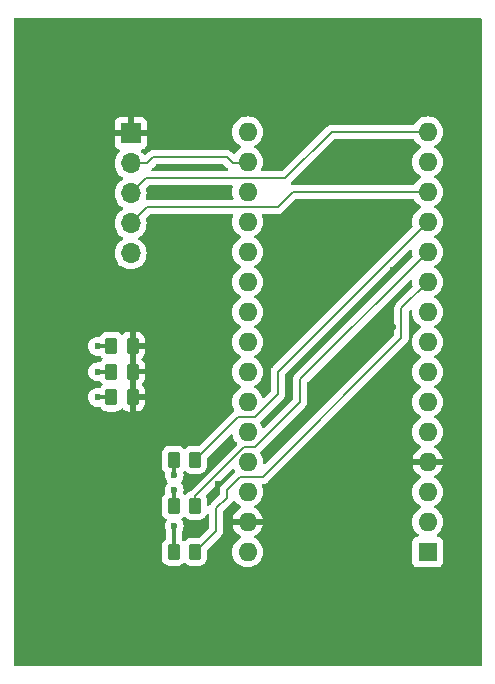
<source format=gbr>
%TF.GenerationSoftware,KiCad,Pcbnew,7.0.11+dfsg-1build4*%
%TF.CreationDate,2024-05-09T18:47:21+10:00*%
%TF.ProjectId,NoBootLoadFlasher,4e6f426f-6f74-44c6-9f61-64466c617368,rev?*%
%TF.SameCoordinates,Original*%
%TF.FileFunction,Copper,L1,Top*%
%TF.FilePolarity,Positive*%
%FSLAX46Y46*%
G04 Gerber Fmt 4.6, Leading zero omitted, Abs format (unit mm)*
G04 Created by KiCad (PCBNEW 7.0.11+dfsg-1build4) date 2024-05-09 18:47:21*
%MOMM*%
%LPD*%
G01*
G04 APERTURE LIST*
G04 Aperture macros list*
%AMRoundRect*
0 Rectangle with rounded corners*
0 $1 Rounding radius*
0 $2 $3 $4 $5 $6 $7 $8 $9 X,Y pos of 4 corners*
0 Add a 4 corners polygon primitive as box body*
4,1,4,$2,$3,$4,$5,$6,$7,$8,$9,$2,$3,0*
0 Add four circle primitives for the rounded corners*
1,1,$1+$1,$2,$3*
1,1,$1+$1,$4,$5*
1,1,$1+$1,$6,$7*
1,1,$1+$1,$8,$9*
0 Add four rect primitives between the rounded corners*
20,1,$1+$1,$2,$3,$4,$5,0*
20,1,$1+$1,$4,$5,$6,$7,0*
20,1,$1+$1,$6,$7,$8,$9,0*
20,1,$1+$1,$8,$9,$2,$3,0*%
G04 Aperture macros list end*
%TA.AperFunction,ComponentPad*%
%ADD10R,1.700000X1.700000*%
%TD*%
%TA.AperFunction,ComponentPad*%
%ADD11O,1.700000X1.700000*%
%TD*%
%TA.AperFunction,SMDPad,CuDef*%
%ADD12RoundRect,0.250000X0.262500X0.450000X-0.262500X0.450000X-0.262500X-0.450000X0.262500X-0.450000X0*%
%TD*%
%TA.AperFunction,ComponentPad*%
%ADD13O,1.600000X1.600000*%
%TD*%
%TA.AperFunction,ComponentPad*%
%ADD14R,1.600000X1.600000*%
%TD*%
%TA.AperFunction,ViaPad*%
%ADD15C,0.600000*%
%TD*%
%TA.AperFunction,Conductor*%
%ADD16C,0.200000*%
%TD*%
%TA.AperFunction,Conductor*%
%ADD17C,0.300000*%
%TD*%
G04 APERTURE END LIST*
D10*
%TO.P,REF\u002A\u002A,1*%
%TO.N,GND*%
X81534000Y-81407000D03*
D11*
%TO.P,REF\u002A\u002A,2*%
%TO.N,3.3v*%
X81534000Y-83947000D03*
%TO.P,REF\u002A\u002A,3*%
%TO.N,D12*%
X81534000Y-86487000D03*
%TO.P,REF\u002A\u002A,4*%
%TO.N,D10*%
X81534000Y-89027000D03*
%TO.P,REF\u002A\u002A,5*%
%TO.N,D13*%
X81534000Y-91567000D03*
%TD*%
D12*
%TO.P,REF\u002A\u002A,1*%
%TO.N,LED2*%
X86995000Y-112940000D03*
%TO.P,REF\u002A\u002A,2*%
%TO.N,LED2_R*%
X85170000Y-112940000D03*
%TD*%
%TO.P,REF\u002A\u002A,1*%
%TO.N,GND*%
X81712000Y-99390200D03*
%TO.P,REF\u002A\u002A,2*%
%TO.N,LED1_R*%
X79887000Y-99390200D03*
%TD*%
%TO.P,REF\u002A\u002A,1*%
%TO.N,GND*%
X81712000Y-103759000D03*
%TO.P,REF\u002A\u002A,2*%
%TO.N,LED3_R*%
X79887000Y-103759000D03*
%TD*%
D13*
%TO.P,LGT8F328P LQFP32 MiniEVB,30*%
%TO.N,N/C*%
X91440000Y-116840000D03*
%TO.P,LGT8F328P LQFP32 MiniEVB,29*%
%TO.N,GND*%
X91440000Y-114300000D03*
%TO.P,LGT8F328P LQFP32 MiniEVB,28*%
%TO.N,N/C*%
X91440000Y-111760000D03*
%TO.P,LGT8F328P LQFP32 MiniEVB,27*%
X91440000Y-109220000D03*
%TO.P,LGT8F328P LQFP32 MiniEVB,26*%
X91440000Y-106680000D03*
%TO.P,LGT8F328P LQFP32 MiniEVB,25*%
X91440000Y-104140000D03*
%TO.P,LGT8F328P LQFP32 MiniEVB,24*%
X91440000Y-101600000D03*
%TO.P,LGT8F328P LQFP32 MiniEVB,23*%
X91440000Y-99060000D03*
%TO.P,LGT8F328P LQFP32 MiniEVB,22*%
X91440000Y-96520000D03*
%TO.P,LGT8F328P LQFP32 MiniEVB,21*%
X91440000Y-93980000D03*
%TO.P,LGT8F328P LQFP32 MiniEVB,20*%
X91440000Y-91440000D03*
%TO.P,LGT8F328P LQFP32 MiniEVB,19*%
X91440000Y-88900000D03*
%TO.P,LGT8F328P LQFP32 MiniEVB,18*%
X91440000Y-86360000D03*
%TO.P,LGT8F328P LQFP32 MiniEVB,17*%
%TO.N,3.3v*%
X91440000Y-83820000D03*
%TO.P,LGT8F328P LQFP32 MiniEVB,16*%
%TO.N,D13*%
X91440000Y-81280000D03*
%TO.P,LGT8F328P LQFP32 MiniEVB,15*%
%TO.N,D12*%
X106680000Y-81280000D03*
%TO.P,LGT8F328P LQFP32 MiniEVB,14*%
%TO.N,N/C*%
X106680000Y-83820000D03*
%TO.P,LGT8F328P LQFP32 MiniEVB,13*%
%TO.N,D10*%
X106680000Y-86360000D03*
%TO.P,LGT8F328P LQFP32 MiniEVB,12*%
%TO.N,LED1*%
X106680000Y-88900000D03*
%TO.P,LGT8F328P LQFP32 MiniEVB,11*%
%TO.N,LED2*%
X106680000Y-91440000D03*
%TO.P,LGT8F328P LQFP32 MiniEVB,10*%
%TO.N,LED3*%
X106680000Y-93980000D03*
%TO.P,LGT8F328P LQFP32 MiniEVB,9*%
%TO.N,N/C*%
X106680000Y-96520000D03*
%TO.P,LGT8F328P LQFP32 MiniEVB,8*%
X106680000Y-99060000D03*
%TO.P,LGT8F328P LQFP32 MiniEVB,7*%
X106680000Y-101600000D03*
%TO.P,LGT8F328P LQFP32 MiniEVB,6*%
X106680000Y-104140000D03*
%TO.P,LGT8F328P LQFP32 MiniEVB,5*%
X106680000Y-106680000D03*
%TO.P,LGT8F328P LQFP32 MiniEVB,4*%
%TO.N,GND*%
X106680000Y-109220000D03*
%TO.P,LGT8F328P LQFP32 MiniEVB,3*%
%TO.N,N/C*%
X106680000Y-111760000D03*
%TO.P,LGT8F328P LQFP32 MiniEVB,2*%
X106680000Y-114300000D03*
D14*
%TO.P,LGT8F328P LQFP32 MiniEVB,1*%
X106680000Y-116840000D03*
%TD*%
D12*
%TO.P,REF\u002A\u002A,1*%
%TO.N,LED3*%
X86995000Y-116840000D03*
%TO.P,REF\u002A\u002A,2*%
%TO.N,LED3_R*%
X85170000Y-116840000D03*
%TD*%
%TO.P,REF\u002A\u002A,1*%
%TO.N,GND*%
X81712000Y-101574600D03*
%TO.P,REF\u002A\u002A,2*%
%TO.N,LED2_R*%
X79887000Y-101574600D03*
%TD*%
%TO.P,REF\u002A\u002A,1*%
%TO.N,LED1*%
X86995000Y-109040000D03*
%TO.P,REF\u002A\u002A,2*%
%TO.N,LED1_R*%
X85170000Y-109040000D03*
%TD*%
D15*
%TO.N,GND*%
X95250000Y-93853000D03*
X95250000Y-95758000D03*
X95250000Y-91821000D03*
X95250000Y-89916000D03*
X88900000Y-111125000D03*
X99060000Y-88011000D03*
X87122000Y-114681000D03*
X103759000Y-88011000D03*
X99060000Y-84582000D03*
X84709000Y-86487000D03*
X84709000Y-84328000D03*
X99070000Y-97790000D03*
X99060000Y-93853000D03*
X103759000Y-97790000D03*
X99060000Y-89916000D03*
X89027000Y-86487000D03*
X103759000Y-84582000D03*
X103759000Y-89916000D03*
X99060000Y-91948000D03*
X99060000Y-82677000D03*
X88900000Y-108712000D03*
X89027000Y-84328000D03*
X103759000Y-82677000D03*
X103759000Y-92964000D03*
X99060000Y-101346000D03*
%TO.N,LED1_R*%
X85217000Y-110363000D03*
X78740000Y-99441000D03*
%TO.N,LED2_R*%
X78740000Y-101600000D03*
X85217000Y-111633000D03*
%TO.N,LED3_R*%
X85217000Y-114681000D03*
X78740000Y-103759000D03*
%TD*%
D16*
%TO.N,LED3*%
X104457500Y-97282000D02*
X104457500Y-98742500D01*
X104457500Y-98742500D02*
X92710000Y-110490000D01*
X92710000Y-110490000D02*
X90805000Y-110490000D01*
X89662000Y-112268000D02*
X88773000Y-113157000D01*
X90805000Y-110490000D02*
X89662000Y-111633000D01*
X89662000Y-111633000D02*
X89662000Y-112268000D01*
X88773000Y-113157000D02*
X88773000Y-115062000D01*
X88773000Y-115062000D02*
X86995000Y-116840000D01*
X104457500Y-97282000D02*
X104457500Y-98107500D01*
X104457500Y-96202500D02*
X104457500Y-97282000D01*
X106680000Y-93980000D02*
X104457500Y-96202500D01*
%TO.N,3.3v*%
X83439000Y-83439000D02*
X89662000Y-83439000D01*
X82931000Y-83947000D02*
X83439000Y-83439000D01*
X81534000Y-83947000D02*
X82931000Y-83947000D01*
X91313000Y-83947000D02*
X91440000Y-83820000D01*
X89662000Y-83439000D02*
X90170000Y-83947000D01*
X90170000Y-83947000D02*
X91313000Y-83947000D01*
%TO.N,D12*%
X94615000Y-85217000D02*
X98552000Y-81280000D01*
X81534000Y-86487000D02*
X82804000Y-85217000D01*
X82804000Y-85217000D02*
X94615000Y-85217000D01*
X98552000Y-81280000D02*
X106680000Y-81280000D01*
%TO.N,D10*%
X95250000Y-86360000D02*
X106680000Y-86360000D01*
X81534000Y-89027000D02*
X82931000Y-87630000D01*
X82931000Y-87630000D02*
X93980000Y-87630000D01*
X93980000Y-87630000D02*
X95250000Y-86360000D01*
%TO.N,LED1*%
X92075000Y-105410000D02*
X93980000Y-103505000D01*
X86995000Y-109040000D02*
X90625000Y-105410000D01*
X90625000Y-105410000D02*
X92075000Y-105410000D01*
X93980000Y-103505000D02*
X93980000Y-101600000D01*
X93980000Y-101600000D02*
X106680000Y-88900000D01*
%TO.N,LED2*%
X91154365Y-107950000D02*
X92065635Y-107950000D01*
X92065635Y-107950000D02*
X95880317Y-104135317D01*
X86995000Y-112109365D02*
X91154365Y-107950000D01*
X106680000Y-91440000D02*
X95880317Y-102239683D01*
X86995000Y-112940000D02*
X86995000Y-112109365D01*
X95880317Y-102239683D02*
X95880317Y-104135317D01*
%TO.N,LED1_R*%
X79836200Y-99441000D02*
X79887000Y-99390200D01*
X85170000Y-110316000D02*
X85217000Y-110363000D01*
D17*
X78740000Y-99441000D02*
X79836200Y-99441000D01*
X85170000Y-109040000D02*
X85170000Y-110316000D01*
%TO.N,LED2_R*%
X78740000Y-101600000D02*
X79861600Y-101600000D01*
X85170000Y-112940000D02*
X85170000Y-111680000D01*
D16*
X79861600Y-101600000D02*
X79887000Y-101574600D01*
D17*
X85170000Y-111680000D02*
X85217000Y-111633000D01*
%TO.N,LED3_R*%
X85217000Y-116793000D02*
X85170000Y-116840000D01*
X78740000Y-103759000D02*
X79887000Y-103759000D01*
X85217000Y-114681000D02*
X85217000Y-116793000D01*
%TD*%
%TA.AperFunction,Conductor*%
%TO.N,GND*%
G36*
X88127954Y-113678181D02*
G01*
X88166810Y-113736249D01*
X88172500Y-113773381D01*
X88172500Y-114761902D01*
X88152815Y-114828941D01*
X88136181Y-114849583D01*
X87382583Y-115603181D01*
X87321260Y-115636666D01*
X87294902Y-115639500D01*
X86682498Y-115639500D01*
X86682480Y-115639501D01*
X86579703Y-115650000D01*
X86579700Y-115650001D01*
X86413168Y-115705185D01*
X86413163Y-115705187D01*
X86263845Y-115797287D01*
X86170181Y-115890951D01*
X86108857Y-115924435D01*
X86039166Y-115919451D01*
X85994819Y-115890950D01*
X85903819Y-115799950D01*
X85870334Y-115738627D01*
X85867500Y-115712269D01*
X85867500Y-115186067D01*
X85886507Y-115120094D01*
X85942788Y-115030524D01*
X85942789Y-115030522D01*
X86002368Y-114860255D01*
X86002369Y-114860249D01*
X86022565Y-114681003D01*
X86022565Y-114680996D01*
X86002369Y-114501750D01*
X86002368Y-114501745D01*
X85942788Y-114331476D01*
X85843111Y-114172842D01*
X85844289Y-114172101D01*
X85820780Y-114114521D01*
X85833534Y-114045825D01*
X85879039Y-113996353D01*
X85901156Y-113982712D01*
X85994819Y-113889049D01*
X86056142Y-113855564D01*
X86125834Y-113860548D01*
X86170181Y-113889049D01*
X86263844Y-113982712D01*
X86413166Y-114074814D01*
X86579703Y-114129999D01*
X86682491Y-114140500D01*
X87307508Y-114140499D01*
X87307516Y-114140498D01*
X87307519Y-114140498D01*
X87363802Y-114134748D01*
X87410297Y-114129999D01*
X87576834Y-114074814D01*
X87726156Y-113982712D01*
X87850212Y-113858656D01*
X87942314Y-113709334D01*
X87942314Y-113709333D01*
X87942961Y-113708285D01*
X87994909Y-113661560D01*
X88063871Y-113650337D01*
X88127954Y-113678181D01*
G37*
%TD.AperFunction*%
%TA.AperFunction,Conductor*%
G36*
X90242537Y-109813575D02*
G01*
X90298470Y-109855447D01*
X90306212Y-109868349D01*
X90306729Y-109868052D01*
X90309432Y-109872734D01*
X90358312Y-109942544D01*
X90380639Y-110008750D01*
X90363627Y-110076517D01*
X90344417Y-110101347D01*
X89270965Y-111174798D01*
X89258775Y-111185489D01*
X89233716Y-111204718D01*
X89164744Y-111294607D01*
X89137464Y-111330158D01*
X89137461Y-111330163D01*
X89076957Y-111476234D01*
X89076955Y-111476239D01*
X89056318Y-111632998D01*
X89056318Y-111633000D01*
X89058709Y-111651163D01*
X89060439Y-111664301D01*
X89061500Y-111680487D01*
X89061500Y-111967902D01*
X89041815Y-112034941D01*
X89025181Y-112055583D01*
X88381965Y-112698798D01*
X88369774Y-112709490D01*
X88344718Y-112728717D01*
X88320549Y-112760213D01*
X88320550Y-112760214D01*
X88248464Y-112854158D01*
X88248462Y-112854161D01*
X88246559Y-112858757D01*
X88202716Y-112913159D01*
X88136422Y-112935222D01*
X88068723Y-112917941D01*
X88021114Y-112866803D01*
X88007999Y-112811301D01*
X88007999Y-112439998D01*
X88007998Y-112439980D01*
X87997499Y-112337203D01*
X87997498Y-112337200D01*
X87954187Y-112206497D01*
X87942314Y-112170666D01*
X87932981Y-112155536D01*
X87914541Y-112088148D01*
X87935462Y-112021484D01*
X87950834Y-112002764D01*
X90111524Y-109842074D01*
X90172845Y-109808591D01*
X90242537Y-109813575D01*
G37*
%TD.AperFunction*%
%TA.AperFunction,Conductor*%
G36*
X90096144Y-106890603D02*
G01*
X90152077Y-106932475D01*
X90172585Y-106974692D01*
X90213258Y-107126488D01*
X90213261Y-107126497D01*
X90309431Y-107332732D01*
X90309432Y-107332734D01*
X90439954Y-107519141D01*
X90500290Y-107579477D01*
X90533775Y-107640800D01*
X90528791Y-107710492D01*
X90500290Y-107754839D01*
X86603965Y-111651163D01*
X86591775Y-111661854D01*
X86566716Y-111681083D01*
X86518853Y-111743462D01*
X86518838Y-111743481D01*
X86514560Y-111749054D01*
X86458125Y-111790246D01*
X86455206Y-111791254D01*
X86413167Y-111805185D01*
X86263845Y-111897287D01*
X86200011Y-111961121D01*
X86138687Y-111994605D01*
X86068996Y-111989620D01*
X86013062Y-111947749D01*
X85988646Y-111882284D01*
X85995288Y-111832486D01*
X86002368Y-111812255D01*
X86002369Y-111812248D01*
X86022565Y-111633003D01*
X86022565Y-111632996D01*
X86002369Y-111453750D01*
X86002368Y-111453745D01*
X85953298Y-111313511D01*
X85942789Y-111283478D01*
X85846816Y-111130738D01*
X85801758Y-111085680D01*
X85768274Y-111024358D01*
X85773258Y-110954666D01*
X85801759Y-110910319D01*
X85818844Y-110893234D01*
X85846816Y-110865262D01*
X85942789Y-110712522D01*
X86002368Y-110542255D01*
X86002369Y-110542249D01*
X86022565Y-110363003D01*
X86022565Y-110362996D01*
X86002369Y-110183753D01*
X86002368Y-110183746D01*
X86000041Y-110177095D01*
X85986675Y-110138899D01*
X85983113Y-110069124D01*
X86017841Y-110008497D01*
X86079834Y-109976269D01*
X86149410Y-109982673D01*
X86191398Y-110010266D01*
X86263844Y-110082712D01*
X86413166Y-110174814D01*
X86579703Y-110229999D01*
X86682491Y-110240500D01*
X87307508Y-110240499D01*
X87307516Y-110240498D01*
X87307519Y-110240498D01*
X87363802Y-110234748D01*
X87410297Y-110229999D01*
X87576834Y-110174814D01*
X87726156Y-110082712D01*
X87850212Y-109958656D01*
X87942314Y-109809334D01*
X87997499Y-109642797D01*
X88008000Y-109540009D01*
X88007999Y-108927595D01*
X88027683Y-108860557D01*
X88044313Y-108839920D01*
X89965131Y-106919102D01*
X90026452Y-106885619D01*
X90096144Y-106890603D01*
G37*
%TD.AperFunction*%
%TA.AperFunction,Conductor*%
G36*
X105301586Y-93770161D02*
G01*
X105357519Y-93812033D01*
X105381936Y-93877497D01*
X105381780Y-93897150D01*
X105374532Y-93979997D01*
X105374532Y-93980001D01*
X105394364Y-94206686D01*
X105394366Y-94206697D01*
X105420152Y-94302931D01*
X105418489Y-94372781D01*
X105388058Y-94422705D01*
X104066465Y-95744298D01*
X104054275Y-95754989D01*
X104029216Y-95774218D01*
X103957820Y-95867266D01*
X103932964Y-95899658D01*
X103932961Y-95899663D01*
X103872457Y-96045734D01*
X103872455Y-96045739D01*
X103851818Y-96202498D01*
X103851818Y-96202500D01*
X103855939Y-96233801D01*
X103857000Y-96249987D01*
X103857000Y-98442402D01*
X103837315Y-98509441D01*
X103820681Y-98530083D01*
X92949428Y-109401335D01*
X92888105Y-109434820D01*
X92818413Y-109429836D01*
X92762480Y-109387964D01*
X92738063Y-109322500D01*
X92738218Y-109302857D01*
X92745468Y-109220000D01*
X92725635Y-108993308D01*
X92666739Y-108773504D01*
X92570568Y-108567266D01*
X92517829Y-108491947D01*
X92495503Y-108425742D01*
X92512513Y-108357975D01*
X92531720Y-108333148D01*
X96271361Y-104593506D01*
X96283539Y-104582827D01*
X96308599Y-104563599D01*
X96404853Y-104438158D01*
X96465361Y-104292079D01*
X96480817Y-104174678D01*
X96485999Y-104135317D01*
X96482471Y-104108522D01*
X96481878Y-104104014D01*
X96480817Y-104087829D01*
X96480817Y-102539779D01*
X96500502Y-102472740D01*
X96517131Y-102452103D01*
X105170573Y-93798660D01*
X105231894Y-93765177D01*
X105301586Y-93770161D01*
G37*
%TD.AperFunction*%
%TA.AperFunction,Conductor*%
G36*
X105301586Y-91230161D02*
G01*
X105357519Y-91272033D01*
X105381936Y-91337497D01*
X105381780Y-91357150D01*
X105374532Y-91439997D01*
X105374532Y-91440001D01*
X105394364Y-91666686D01*
X105394366Y-91666697D01*
X105420152Y-91762931D01*
X105418489Y-91832781D01*
X105388058Y-91882705D01*
X95489282Y-101781481D01*
X95477092Y-101792172D01*
X95452033Y-101811401D01*
X95381871Y-101902838D01*
X95381872Y-101902839D01*
X95355780Y-101936842D01*
X95355778Y-101936846D01*
X95295274Y-102082917D01*
X95295272Y-102082922D01*
X95274635Y-102239681D01*
X95274635Y-102239683D01*
X95278756Y-102270984D01*
X95279817Y-102287170D01*
X95279817Y-103835220D01*
X95260132Y-103902259D01*
X95243498Y-103922901D01*
X92874852Y-106291546D01*
X92813529Y-106325031D01*
X92743837Y-106320047D01*
X92687904Y-106278175D01*
X92668668Y-106238570D01*
X92668593Y-106238598D01*
X92668328Y-106237870D01*
X92667393Y-106235945D01*
X92666739Y-106233504D01*
X92570568Y-106027266D01*
X92521686Y-105957455D01*
X92499359Y-105891249D01*
X92516371Y-105823482D01*
X92535577Y-105798656D01*
X94371043Y-103963190D01*
X94383223Y-103952509D01*
X94408282Y-103933282D01*
X94504536Y-103807841D01*
X94565044Y-103661762D01*
X94580500Y-103544361D01*
X94585682Y-103505000D01*
X94583347Y-103487267D01*
X94581561Y-103473697D01*
X94580500Y-103457512D01*
X94580500Y-101900096D01*
X94600185Y-101833057D01*
X94616814Y-101812420D01*
X105170573Y-91258660D01*
X105231894Y-91225177D01*
X105301586Y-91230161D01*
G37*
%TD.AperFunction*%
%TA.AperFunction,Conductor*%
G36*
X105515347Y-86980185D02*
G01*
X105549880Y-87013374D01*
X105560429Y-87028439D01*
X105679954Y-87199141D01*
X105840858Y-87360045D01*
X105840861Y-87360047D01*
X106027266Y-87490568D01*
X106085275Y-87517618D01*
X106137714Y-87563791D01*
X106156866Y-87630984D01*
X106136650Y-87697865D01*
X106085275Y-87742382D01*
X106027267Y-87769431D01*
X106027265Y-87769432D01*
X105840858Y-87899954D01*
X105679954Y-88060858D01*
X105549432Y-88247265D01*
X105549431Y-88247267D01*
X105453261Y-88453502D01*
X105453258Y-88453511D01*
X105394366Y-88673302D01*
X105394364Y-88673313D01*
X105374532Y-88899998D01*
X105374532Y-88900001D01*
X105394364Y-89126686D01*
X105394366Y-89126697D01*
X105420152Y-89222931D01*
X105418489Y-89292781D01*
X105388058Y-89342705D01*
X93588965Y-101141798D01*
X93576775Y-101152489D01*
X93551716Y-101171718D01*
X93491091Y-101250729D01*
X93455464Y-101297158D01*
X93455461Y-101297163D01*
X93394957Y-101443234D01*
X93394955Y-101443239D01*
X93374318Y-101599998D01*
X93374318Y-101600000D01*
X93378439Y-101631301D01*
X93379500Y-101647487D01*
X93379500Y-103204902D01*
X93359815Y-103271941D01*
X93343181Y-103292583D01*
X92876831Y-103758932D01*
X92815508Y-103792417D01*
X92745816Y-103787433D01*
X92689883Y-103745561D01*
X92669374Y-103703340D01*
X92666739Y-103693504D01*
X92570568Y-103487266D01*
X92440047Y-103300861D01*
X92440045Y-103300858D01*
X92279141Y-103139954D01*
X92092734Y-103009432D01*
X92092728Y-103009429D01*
X92034725Y-102982382D01*
X91982285Y-102936210D01*
X91963133Y-102869017D01*
X91983348Y-102802135D01*
X92034725Y-102757618D01*
X92092734Y-102730568D01*
X92279139Y-102600047D01*
X92440047Y-102439139D01*
X92570568Y-102252734D01*
X92666739Y-102046496D01*
X92725635Y-101826692D01*
X92745468Y-101600000D01*
X92725635Y-101373308D01*
X92666739Y-101153504D01*
X92570568Y-100947266D01*
X92440047Y-100760861D01*
X92440045Y-100760858D01*
X92279141Y-100599954D01*
X92092734Y-100469432D01*
X92092728Y-100469429D01*
X92034725Y-100442382D01*
X91982285Y-100396210D01*
X91963133Y-100329017D01*
X91983348Y-100262135D01*
X92034725Y-100217618D01*
X92092734Y-100190568D01*
X92279139Y-100060047D01*
X92440047Y-99899139D01*
X92570568Y-99712734D01*
X92666739Y-99506496D01*
X92725635Y-99286692D01*
X92745468Y-99060000D01*
X92725635Y-98833308D01*
X92666739Y-98613504D01*
X92570568Y-98407266D01*
X92440047Y-98220861D01*
X92440045Y-98220858D01*
X92279141Y-98059954D01*
X92092734Y-97929432D01*
X92092728Y-97929429D01*
X92034725Y-97902382D01*
X91982285Y-97856210D01*
X91963133Y-97789017D01*
X91983348Y-97722135D01*
X92034725Y-97677618D01*
X92092734Y-97650568D01*
X92279139Y-97520047D01*
X92440047Y-97359139D01*
X92570568Y-97172734D01*
X92666739Y-96966496D01*
X92725635Y-96746692D01*
X92745468Y-96520000D01*
X92725635Y-96293308D01*
X92666739Y-96073504D01*
X92570568Y-95867266D01*
X92440047Y-95680861D01*
X92440045Y-95680858D01*
X92279141Y-95519954D01*
X92092734Y-95389432D01*
X92092728Y-95389429D01*
X92034725Y-95362382D01*
X91982285Y-95316210D01*
X91963133Y-95249017D01*
X91983348Y-95182135D01*
X92034725Y-95137618D01*
X92092734Y-95110568D01*
X92279139Y-94980047D01*
X92440047Y-94819139D01*
X92570568Y-94632734D01*
X92666739Y-94426496D01*
X92725635Y-94206692D01*
X92745468Y-93980000D01*
X92725635Y-93753308D01*
X92666739Y-93533504D01*
X92570568Y-93327266D01*
X92440047Y-93140861D01*
X92440045Y-93140858D01*
X92279141Y-92979954D01*
X92092734Y-92849432D01*
X92092728Y-92849429D01*
X92034725Y-92822382D01*
X91982285Y-92776210D01*
X91963133Y-92709017D01*
X91983348Y-92642135D01*
X92034725Y-92597618D01*
X92092734Y-92570568D01*
X92279139Y-92440047D01*
X92440047Y-92279139D01*
X92570568Y-92092734D01*
X92666739Y-91886496D01*
X92725635Y-91666692D01*
X92745468Y-91440000D01*
X92725635Y-91213308D01*
X92666739Y-90993504D01*
X92570568Y-90787266D01*
X92440047Y-90600861D01*
X92440045Y-90600858D01*
X92279141Y-90439954D01*
X92092734Y-90309432D01*
X92092728Y-90309429D01*
X92034725Y-90282382D01*
X91982285Y-90236210D01*
X91963133Y-90169017D01*
X91983348Y-90102135D01*
X92034725Y-90057618D01*
X92092734Y-90030568D01*
X92279139Y-89900047D01*
X92440047Y-89739139D01*
X92570568Y-89552734D01*
X92666739Y-89346496D01*
X92725635Y-89126692D01*
X92745468Y-88900000D01*
X92725635Y-88673308D01*
X92666739Y-88453504D01*
X92645008Y-88406903D01*
X92634517Y-88337828D01*
X92663036Y-88274044D01*
X92721513Y-88235804D01*
X92757391Y-88230500D01*
X93932513Y-88230500D01*
X93948697Y-88231560D01*
X93980000Y-88235682D01*
X93980001Y-88235682D01*
X94032254Y-88228802D01*
X94136762Y-88215044D01*
X94282841Y-88154536D01*
X94350211Y-88102841D01*
X94408282Y-88058282D01*
X94427510Y-88033222D01*
X94438189Y-88021044D01*
X95462416Y-86996819D01*
X95523739Y-86963334D01*
X95550097Y-86960500D01*
X105448308Y-86960500D01*
X105515347Y-86980185D01*
G37*
%TD.AperFunction*%
%TA.AperFunction,Conductor*%
G36*
X90144424Y-85837185D02*
G01*
X90190179Y-85889989D01*
X90200123Y-85959147D01*
X90197160Y-85973593D01*
X90154366Y-86133302D01*
X90154364Y-86133313D01*
X90134532Y-86359998D01*
X90134532Y-86360001D01*
X90154364Y-86586686D01*
X90154366Y-86586697D01*
X90213258Y-86806488D01*
X90213261Y-86806497D01*
X90234991Y-86853095D01*
X90245483Y-86922172D01*
X90216964Y-86985956D01*
X90158487Y-87024196D01*
X90122609Y-87029500D01*
X82978487Y-87029500D01*
X82962302Y-87028439D01*
X82933218Y-87024610D01*
X82869322Y-86996343D01*
X82830851Y-86938019D01*
X82829629Y-86869578D01*
X82834046Y-86853095D01*
X82869063Y-86722408D01*
X82889659Y-86487000D01*
X82869063Y-86251592D01*
X82834671Y-86123239D01*
X82836334Y-86053393D01*
X82866761Y-86003472D01*
X83016417Y-85853816D01*
X83077740Y-85820334D01*
X83104097Y-85817500D01*
X90077385Y-85817500D01*
X90144424Y-85837185D01*
G37*
%TD.AperFunction*%
%TA.AperFunction,Conductor*%
G36*
X105515347Y-81900185D02*
G01*
X105549880Y-81933374D01*
X105635480Y-82055624D01*
X105679954Y-82119141D01*
X105840858Y-82280045D01*
X105840861Y-82280047D01*
X106027266Y-82410568D01*
X106085275Y-82437618D01*
X106137714Y-82483791D01*
X106156866Y-82550984D01*
X106136650Y-82617865D01*
X106085275Y-82662382D01*
X106027267Y-82689431D01*
X106027265Y-82689432D01*
X105840858Y-82819954D01*
X105679954Y-82980858D01*
X105549432Y-83167265D01*
X105549431Y-83167267D01*
X105453261Y-83373502D01*
X105453258Y-83373511D01*
X105394366Y-83593302D01*
X105394364Y-83593313D01*
X105374532Y-83819998D01*
X105374532Y-83820001D01*
X105394364Y-84046686D01*
X105394366Y-84046697D01*
X105453258Y-84266488D01*
X105453261Y-84266497D01*
X105549431Y-84472732D01*
X105549432Y-84472734D01*
X105679954Y-84659141D01*
X105840858Y-84820045D01*
X105840861Y-84820047D01*
X106027266Y-84950568D01*
X106085275Y-84977618D01*
X106137714Y-85023791D01*
X106156866Y-85090984D01*
X106136650Y-85157865D01*
X106085275Y-85202382D01*
X106027267Y-85229431D01*
X106027265Y-85229432D01*
X105840858Y-85359954D01*
X105679954Y-85520858D01*
X105614889Y-85613783D01*
X105549881Y-85706624D01*
X105495307Y-85750248D01*
X105448308Y-85759500D01*
X95297487Y-85759500D01*
X95281302Y-85758439D01*
X95250000Y-85754318D01*
X95240095Y-85755622D01*
X95171060Y-85744854D01*
X95118805Y-85698473D01*
X95099922Y-85631203D01*
X95120404Y-85564403D01*
X95136227Y-85545006D01*
X98764416Y-81916819D01*
X98825739Y-81883334D01*
X98852097Y-81880500D01*
X105448308Y-81880500D01*
X105515347Y-81900185D01*
G37*
%TD.AperFunction*%
%TA.AperFunction,Conductor*%
G36*
X89428942Y-84059185D02*
G01*
X89449584Y-84075819D01*
X89711802Y-84338038D01*
X89722496Y-84350232D01*
X89741717Y-84375281D01*
X89741718Y-84375282D01*
X89741719Y-84375283D01*
X89766274Y-84394124D01*
X89807477Y-84450552D01*
X89811632Y-84520298D01*
X89777420Y-84581218D01*
X89715703Y-84613971D01*
X89690788Y-84616500D01*
X83410213Y-84616500D01*
X83343174Y-84596815D01*
X83297419Y-84544011D01*
X83287475Y-84474853D01*
X83316500Y-84411297D01*
X83334727Y-84394124D01*
X83344230Y-84386831D01*
X83359282Y-84375282D01*
X83378506Y-84350226D01*
X83389186Y-84338047D01*
X83651418Y-84075818D01*
X83712742Y-84042334D01*
X83739099Y-84039500D01*
X89361903Y-84039500D01*
X89428942Y-84059185D01*
G37*
%TD.AperFunction*%
%TA.AperFunction,Conductor*%
G36*
X111202539Y-71640185D02*
G01*
X111248294Y-71692989D01*
X111259500Y-71744500D01*
X111259500Y-126375500D01*
X111239815Y-126442539D01*
X111187011Y-126488294D01*
X111135500Y-126499500D01*
X71744500Y-126499500D01*
X71677461Y-126479815D01*
X71631706Y-126427011D01*
X71620500Y-126375500D01*
X71620500Y-103759003D01*
X77934435Y-103759003D01*
X77954630Y-103938249D01*
X77954631Y-103938254D01*
X78014211Y-104108523D01*
X78108746Y-104258973D01*
X78110184Y-104261262D01*
X78237738Y-104388816D01*
X78390478Y-104484789D01*
X78535805Y-104535641D01*
X78560745Y-104544368D01*
X78560750Y-104544369D01*
X78739996Y-104564565D01*
X78740000Y-104564565D01*
X78740003Y-104564565D01*
X78869464Y-104549978D01*
X78938286Y-104562032D01*
X78988887Y-104608102D01*
X79029662Y-104674210D01*
X79031788Y-104677656D01*
X79155844Y-104801712D01*
X79305166Y-104893814D01*
X79471703Y-104948999D01*
X79574491Y-104959500D01*
X80199508Y-104959499D01*
X80199516Y-104959498D01*
X80199519Y-104959498D01*
X80255802Y-104953748D01*
X80302297Y-104948999D01*
X80468834Y-104893814D01*
X80618156Y-104801712D01*
X80712175Y-104707692D01*
X80773494Y-104674210D01*
X80843186Y-104679194D01*
X80887534Y-104707695D01*
X80981154Y-104801315D01*
X81130375Y-104893356D01*
X81130380Y-104893358D01*
X81296802Y-104948505D01*
X81296809Y-104948506D01*
X81399519Y-104958999D01*
X81461999Y-104958998D01*
X81462000Y-104958998D01*
X81462000Y-104009000D01*
X81962000Y-104009000D01*
X81962000Y-104958999D01*
X82024472Y-104958999D01*
X82024486Y-104958998D01*
X82127197Y-104948505D01*
X82293619Y-104893358D01*
X82293624Y-104893356D01*
X82442845Y-104801315D01*
X82566815Y-104677345D01*
X82658856Y-104528124D01*
X82658858Y-104528119D01*
X82714005Y-104361697D01*
X82714006Y-104361690D01*
X82724499Y-104258986D01*
X82724500Y-104258973D01*
X82724500Y-104009000D01*
X81962000Y-104009000D01*
X81462000Y-104009000D01*
X81462000Y-101824600D01*
X81962000Y-101824600D01*
X81962000Y-103509000D01*
X82724499Y-103509000D01*
X82724499Y-103259028D01*
X82724498Y-103259013D01*
X82714005Y-103156302D01*
X82658858Y-102989880D01*
X82658856Y-102989875D01*
X82566815Y-102840654D01*
X82480642Y-102754481D01*
X82447157Y-102693158D01*
X82452141Y-102623466D01*
X82480642Y-102579119D01*
X82566815Y-102492945D01*
X82658856Y-102343724D01*
X82658858Y-102343719D01*
X82714005Y-102177297D01*
X82714006Y-102177290D01*
X82724499Y-102074586D01*
X82724500Y-102074573D01*
X82724500Y-101824600D01*
X81962000Y-101824600D01*
X81462000Y-101824600D01*
X81462000Y-99640200D01*
X81962000Y-99640200D01*
X81962000Y-101324600D01*
X82724499Y-101324600D01*
X82724499Y-101074628D01*
X82724498Y-101074613D01*
X82714005Y-100971902D01*
X82658858Y-100805480D01*
X82658856Y-100805475D01*
X82566815Y-100656254D01*
X82480642Y-100570081D01*
X82447157Y-100508758D01*
X82452141Y-100439066D01*
X82480642Y-100394719D01*
X82566815Y-100308545D01*
X82658856Y-100159324D01*
X82658858Y-100159319D01*
X82714005Y-99992897D01*
X82714006Y-99992890D01*
X82724499Y-99890186D01*
X82724500Y-99890173D01*
X82724500Y-99640200D01*
X81962000Y-99640200D01*
X81462000Y-99640200D01*
X81462000Y-98190200D01*
X81962000Y-98190200D01*
X81962000Y-99140200D01*
X82724499Y-99140200D01*
X82724499Y-98890228D01*
X82724498Y-98890213D01*
X82714005Y-98787502D01*
X82658858Y-98621080D01*
X82658856Y-98621075D01*
X82566815Y-98471854D01*
X82442845Y-98347884D01*
X82293624Y-98255843D01*
X82293619Y-98255841D01*
X82127197Y-98200694D01*
X82127190Y-98200693D01*
X82024486Y-98190200D01*
X81962000Y-98190200D01*
X81462000Y-98190200D01*
X81461999Y-98190199D01*
X81399528Y-98190200D01*
X81399511Y-98190201D01*
X81296802Y-98200694D01*
X81130380Y-98255841D01*
X81130375Y-98255843D01*
X80981157Y-98347882D01*
X80887534Y-98441505D01*
X80826210Y-98474989D01*
X80756519Y-98470005D01*
X80712172Y-98441504D01*
X80618157Y-98347489D01*
X80618156Y-98347488D01*
X80468834Y-98255386D01*
X80302297Y-98200201D01*
X80302295Y-98200200D01*
X80199510Y-98189700D01*
X79574498Y-98189700D01*
X79574480Y-98189701D01*
X79471703Y-98200200D01*
X79471700Y-98200201D01*
X79305168Y-98255385D01*
X79305163Y-98255387D01*
X79155842Y-98347489D01*
X79031788Y-98471543D01*
X79031785Y-98471547D01*
X78959588Y-98588597D01*
X78907640Y-98635322D01*
X78840167Y-98646720D01*
X78740004Y-98635435D01*
X78739996Y-98635435D01*
X78560750Y-98655630D01*
X78560745Y-98655631D01*
X78390476Y-98715211D01*
X78237737Y-98811184D01*
X78110184Y-98938737D01*
X78014211Y-99091476D01*
X77954631Y-99261745D01*
X77954630Y-99261750D01*
X77934435Y-99440996D01*
X77934435Y-99441003D01*
X77954630Y-99620249D01*
X77954631Y-99620254D01*
X78014211Y-99790523D01*
X78082461Y-99899141D01*
X78110184Y-99943262D01*
X78237738Y-100070816D01*
X78328080Y-100127582D01*
X78378931Y-100159534D01*
X78390478Y-100166789D01*
X78510033Y-100208623D01*
X78560745Y-100226368D01*
X78560750Y-100226369D01*
X78739996Y-100246565D01*
X78740000Y-100246565D01*
X78740003Y-100246565D01*
X78863147Y-100232689D01*
X78898761Y-100228677D01*
X78967583Y-100240731D01*
X79018183Y-100286800D01*
X79031785Y-100308852D01*
X79031788Y-100308856D01*
X79117651Y-100394719D01*
X79151136Y-100456042D01*
X79146152Y-100525734D01*
X79117651Y-100570081D01*
X79031788Y-100655943D01*
X79031785Y-100655947D01*
X78974237Y-100749247D01*
X78922289Y-100795972D01*
X78854817Y-100807370D01*
X78740005Y-100794435D01*
X78739996Y-100794435D01*
X78560750Y-100814630D01*
X78560745Y-100814631D01*
X78390476Y-100874211D01*
X78237737Y-100970184D01*
X78110184Y-101097737D01*
X78014211Y-101250476D01*
X77954631Y-101420745D01*
X77954630Y-101420750D01*
X77934435Y-101599996D01*
X77934435Y-101600003D01*
X77954630Y-101779249D01*
X77954631Y-101779254D01*
X78014211Y-101949523D01*
X78075139Y-102046488D01*
X78110184Y-102102262D01*
X78237738Y-102229816D01*
X78390478Y-102325789D01*
X78522919Y-102372132D01*
X78560745Y-102385368D01*
X78560750Y-102385369D01*
X78739996Y-102405565D01*
X78740000Y-102405565D01*
X78740004Y-102405565D01*
X78884114Y-102389328D01*
X78952936Y-102401383D01*
X79003535Y-102447451D01*
X79031787Y-102493254D01*
X79031789Y-102493257D01*
X79117651Y-102579119D01*
X79151136Y-102640442D01*
X79146152Y-102710134D01*
X79117651Y-102754481D01*
X79031788Y-102840343D01*
X79031787Y-102840344D01*
X78988885Y-102909899D01*
X78936936Y-102956623D01*
X78869464Y-102968021D01*
X78740004Y-102953435D01*
X78739996Y-102953435D01*
X78560750Y-102973630D01*
X78560745Y-102973631D01*
X78390476Y-103033211D01*
X78237737Y-103129184D01*
X78110184Y-103256737D01*
X78014211Y-103409476D01*
X77954631Y-103579745D01*
X77954630Y-103579750D01*
X77934435Y-103758996D01*
X77934435Y-103759003D01*
X71620500Y-103759003D01*
X71620500Y-91567000D01*
X80178341Y-91567000D01*
X80198936Y-91802403D01*
X80198938Y-91802413D01*
X80260094Y-92030655D01*
X80260096Y-92030659D01*
X80260097Y-92030663D01*
X80359965Y-92244830D01*
X80359967Y-92244834D01*
X80468281Y-92399521D01*
X80495505Y-92438401D01*
X80662599Y-92605495D01*
X80750064Y-92666739D01*
X80856165Y-92741032D01*
X80856167Y-92741033D01*
X80856170Y-92741035D01*
X81070337Y-92840903D01*
X81298592Y-92902063D01*
X81486918Y-92918539D01*
X81533999Y-92922659D01*
X81534000Y-92922659D01*
X81534001Y-92922659D01*
X81573234Y-92919226D01*
X81769408Y-92902063D01*
X81997663Y-92840903D01*
X82211830Y-92741035D01*
X82405401Y-92605495D01*
X82572495Y-92438401D01*
X82708035Y-92244830D01*
X82807903Y-92030663D01*
X82869063Y-91802408D01*
X82889659Y-91567000D01*
X82869063Y-91331592D01*
X82807903Y-91103337D01*
X82708035Y-90889171D01*
X82636682Y-90787267D01*
X82572494Y-90695597D01*
X82405402Y-90528506D01*
X82405396Y-90528501D01*
X82219842Y-90398575D01*
X82176217Y-90343998D01*
X82169023Y-90274500D01*
X82200546Y-90212145D01*
X82219842Y-90195425D01*
X82254747Y-90170984D01*
X82405401Y-90065495D01*
X82572495Y-89898401D01*
X82708035Y-89704830D01*
X82807903Y-89490663D01*
X82869063Y-89262408D01*
X82889659Y-89027000D01*
X82869063Y-88791592D01*
X82834671Y-88663239D01*
X82836334Y-88593393D01*
X82866761Y-88543472D01*
X83143417Y-88266816D01*
X83204739Y-88233334D01*
X83231097Y-88230500D01*
X90122609Y-88230500D01*
X90189648Y-88250185D01*
X90235403Y-88302989D01*
X90245347Y-88372147D01*
X90234991Y-88406905D01*
X90213261Y-88453502D01*
X90213258Y-88453511D01*
X90154366Y-88673302D01*
X90154364Y-88673313D01*
X90134532Y-88899998D01*
X90134532Y-88900001D01*
X90154364Y-89126686D01*
X90154366Y-89126697D01*
X90213258Y-89346488D01*
X90213261Y-89346497D01*
X90309431Y-89552732D01*
X90309432Y-89552734D01*
X90439954Y-89739141D01*
X90600858Y-89900045D01*
X90600861Y-89900047D01*
X90787266Y-90030568D01*
X90845275Y-90057618D01*
X90897714Y-90103791D01*
X90916866Y-90170984D01*
X90896650Y-90237865D01*
X90845275Y-90282382D01*
X90787267Y-90309431D01*
X90787265Y-90309432D01*
X90600858Y-90439954D01*
X90439954Y-90600858D01*
X90309432Y-90787265D01*
X90309431Y-90787267D01*
X90213261Y-90993502D01*
X90213258Y-90993511D01*
X90154366Y-91213302D01*
X90154364Y-91213313D01*
X90134532Y-91439998D01*
X90134532Y-91440001D01*
X90154364Y-91666686D01*
X90154366Y-91666697D01*
X90213258Y-91886488D01*
X90213261Y-91886497D01*
X90309431Y-92092732D01*
X90309432Y-92092734D01*
X90439954Y-92279141D01*
X90600858Y-92440045D01*
X90600861Y-92440047D01*
X90787266Y-92570568D01*
X90845275Y-92597618D01*
X90897714Y-92643791D01*
X90916866Y-92710984D01*
X90896650Y-92777865D01*
X90845275Y-92822382D01*
X90787267Y-92849431D01*
X90787265Y-92849432D01*
X90600858Y-92979954D01*
X90439954Y-93140858D01*
X90309432Y-93327265D01*
X90309431Y-93327267D01*
X90213261Y-93533502D01*
X90213258Y-93533511D01*
X90154366Y-93753302D01*
X90154364Y-93753313D01*
X90134532Y-93979998D01*
X90134532Y-93980001D01*
X90154364Y-94206686D01*
X90154366Y-94206697D01*
X90213258Y-94426488D01*
X90213261Y-94426497D01*
X90309431Y-94632732D01*
X90309432Y-94632734D01*
X90439954Y-94819141D01*
X90600858Y-94980045D01*
X90600861Y-94980047D01*
X90787266Y-95110568D01*
X90845275Y-95137618D01*
X90897714Y-95183791D01*
X90916866Y-95250984D01*
X90896650Y-95317865D01*
X90845275Y-95362382D01*
X90787267Y-95389431D01*
X90787265Y-95389432D01*
X90600858Y-95519954D01*
X90439954Y-95680858D01*
X90309432Y-95867265D01*
X90309432Y-95867266D01*
X90213261Y-96073502D01*
X90213258Y-96073511D01*
X90154366Y-96293302D01*
X90154364Y-96293313D01*
X90134532Y-96519998D01*
X90134532Y-96520001D01*
X90154364Y-96746686D01*
X90154366Y-96746697D01*
X90213258Y-96966488D01*
X90213261Y-96966497D01*
X90309431Y-97172732D01*
X90309432Y-97172734D01*
X90439954Y-97359141D01*
X90600858Y-97520045D01*
X90600861Y-97520047D01*
X90787266Y-97650568D01*
X90845275Y-97677618D01*
X90897714Y-97723791D01*
X90916866Y-97790984D01*
X90896650Y-97857865D01*
X90845275Y-97902382D01*
X90787267Y-97929431D01*
X90787265Y-97929432D01*
X90600858Y-98059954D01*
X90439954Y-98220858D01*
X90309432Y-98407265D01*
X90309431Y-98407267D01*
X90213261Y-98613502D01*
X90213258Y-98613511D01*
X90154366Y-98833302D01*
X90154364Y-98833313D01*
X90134532Y-99059998D01*
X90134532Y-99060001D01*
X90154364Y-99286686D01*
X90154366Y-99286697D01*
X90213258Y-99506488D01*
X90213261Y-99506497D01*
X90309431Y-99712732D01*
X90309432Y-99712734D01*
X90439954Y-99899141D01*
X90600858Y-100060045D01*
X90600861Y-100060047D01*
X90787266Y-100190568D01*
X90825985Y-100208623D01*
X90845275Y-100217618D01*
X90897714Y-100263791D01*
X90916866Y-100330984D01*
X90896650Y-100397865D01*
X90845275Y-100442382D01*
X90787267Y-100469431D01*
X90787265Y-100469432D01*
X90600858Y-100599954D01*
X90439954Y-100760858D01*
X90309432Y-100947265D01*
X90309431Y-100947267D01*
X90213261Y-101153502D01*
X90213258Y-101153511D01*
X90154366Y-101373302D01*
X90154364Y-101373313D01*
X90134532Y-101599998D01*
X90134532Y-101600001D01*
X90154364Y-101826686D01*
X90154366Y-101826697D01*
X90213258Y-102046488D01*
X90213261Y-102046497D01*
X90309431Y-102252732D01*
X90309432Y-102252734D01*
X90439954Y-102439141D01*
X90600858Y-102600045D01*
X90600861Y-102600047D01*
X90787266Y-102730568D01*
X90845275Y-102757618D01*
X90897714Y-102803791D01*
X90916866Y-102870984D01*
X90896650Y-102937865D01*
X90845275Y-102982382D01*
X90787267Y-103009431D01*
X90787265Y-103009432D01*
X90600858Y-103139954D01*
X90439954Y-103300858D01*
X90309432Y-103487265D01*
X90309431Y-103487267D01*
X90213261Y-103693502D01*
X90213258Y-103693511D01*
X90154366Y-103913302D01*
X90154364Y-103913313D01*
X90134532Y-104139998D01*
X90134532Y-104140001D01*
X90154364Y-104366686D01*
X90154366Y-104366697D01*
X90213258Y-104586488D01*
X90213260Y-104586492D01*
X90213261Y-104586496D01*
X90288205Y-104747214D01*
X90302572Y-104778023D01*
X90313064Y-104847101D01*
X90284544Y-104910885D01*
X90265677Y-104928803D01*
X90196716Y-104981719D01*
X90177495Y-105006769D01*
X90166800Y-105018964D01*
X87382582Y-107803181D01*
X87321259Y-107836666D01*
X87294901Y-107839500D01*
X86682498Y-107839500D01*
X86682480Y-107839501D01*
X86579703Y-107850000D01*
X86579700Y-107850001D01*
X86413168Y-107905185D01*
X86413163Y-107905187D01*
X86263842Y-107997289D01*
X86170181Y-108090951D01*
X86108858Y-108124436D01*
X86039166Y-108119452D01*
X85994819Y-108090951D01*
X85901157Y-107997289D01*
X85901156Y-107997288D01*
X85751834Y-107905186D01*
X85585297Y-107850001D01*
X85585295Y-107850000D01*
X85482510Y-107839500D01*
X84857498Y-107839500D01*
X84857480Y-107839501D01*
X84754703Y-107850000D01*
X84754700Y-107850001D01*
X84588168Y-107905185D01*
X84588163Y-107905187D01*
X84438842Y-107997289D01*
X84314789Y-108121342D01*
X84222687Y-108270663D01*
X84222686Y-108270666D01*
X84167501Y-108437203D01*
X84167501Y-108437204D01*
X84167500Y-108437204D01*
X84157000Y-108539983D01*
X84157000Y-109540001D01*
X84157001Y-109540019D01*
X84167500Y-109642796D01*
X84167501Y-109642799D01*
X84222685Y-109809331D01*
X84222687Y-109809336D01*
X84314789Y-109958657D01*
X84404596Y-110048464D01*
X84438081Y-110109787D01*
X84433958Y-110177095D01*
X84431631Y-110183743D01*
X84431631Y-110183746D01*
X84411435Y-110362996D01*
X84411435Y-110363003D01*
X84431630Y-110542249D01*
X84431631Y-110542254D01*
X84491211Y-110712523D01*
X84587184Y-110865262D01*
X84587185Y-110865263D01*
X84632241Y-110910320D01*
X84665725Y-110971643D01*
X84660740Y-111041335D01*
X84632241Y-111085680D01*
X84587184Y-111130737D01*
X84491211Y-111283476D01*
X84431631Y-111453745D01*
X84431630Y-111453750D01*
X84411435Y-111632996D01*
X84411435Y-111633003D01*
X84431631Y-111812253D01*
X84433181Y-111819044D01*
X84430461Y-111819664D01*
X84433358Y-111876875D01*
X84400449Y-111935681D01*
X84314789Y-112021342D01*
X84222687Y-112170663D01*
X84222687Y-112170664D01*
X84222686Y-112170666D01*
X84167501Y-112337203D01*
X84167501Y-112337204D01*
X84167500Y-112337204D01*
X84157000Y-112439983D01*
X84157000Y-113440001D01*
X84157001Y-113440019D01*
X84167500Y-113542796D01*
X84167501Y-113542799D01*
X84202119Y-113647267D01*
X84222686Y-113709334D01*
X84314787Y-113858655D01*
X84314789Y-113858657D01*
X84438844Y-113982712D01*
X84528098Y-114037764D01*
X84574823Y-114089712D01*
X84586046Y-114158674D01*
X84567996Y-114209275D01*
X84491211Y-114331476D01*
X84431631Y-114501745D01*
X84431630Y-114501750D01*
X84411435Y-114680996D01*
X84411435Y-114681003D01*
X84431630Y-114860249D01*
X84431631Y-114860254D01*
X84491211Y-115030524D01*
X84547493Y-115120094D01*
X84566500Y-115186067D01*
X84566500Y-115649341D01*
X84546815Y-115716380D01*
X84507598Y-115754879D01*
X84438844Y-115797287D01*
X84314789Y-115921342D01*
X84222687Y-116070663D01*
X84222686Y-116070666D01*
X84167501Y-116237203D01*
X84167501Y-116237204D01*
X84167500Y-116237204D01*
X84157000Y-116339983D01*
X84157000Y-117340001D01*
X84157001Y-117340019D01*
X84167500Y-117442796D01*
X84167501Y-117442799D01*
X84222685Y-117609331D01*
X84222686Y-117609334D01*
X84314788Y-117758656D01*
X84438844Y-117882712D01*
X84588166Y-117974814D01*
X84754703Y-118029999D01*
X84857491Y-118040500D01*
X85482508Y-118040499D01*
X85482516Y-118040498D01*
X85482519Y-118040498D01*
X85538802Y-118034748D01*
X85585297Y-118029999D01*
X85751834Y-117974814D01*
X85901156Y-117882712D01*
X85994819Y-117789049D01*
X86056142Y-117755564D01*
X86125834Y-117760548D01*
X86170181Y-117789049D01*
X86263844Y-117882712D01*
X86413166Y-117974814D01*
X86579703Y-118029999D01*
X86682491Y-118040500D01*
X87307508Y-118040499D01*
X87307516Y-118040498D01*
X87307519Y-118040498D01*
X87363802Y-118034748D01*
X87410297Y-118029999D01*
X87576834Y-117974814D01*
X87726156Y-117882712D01*
X87850212Y-117758656D01*
X87942314Y-117609334D01*
X87997499Y-117442797D01*
X88008000Y-117340009D01*
X88007999Y-116727595D01*
X88027683Y-116660557D01*
X88044313Y-116639920D01*
X89164043Y-115520190D01*
X89176223Y-115509509D01*
X89201282Y-115490282D01*
X89297536Y-115364841D01*
X89358044Y-115218762D01*
X89363240Y-115179295D01*
X89378682Y-115062000D01*
X89374561Y-115030697D01*
X89373500Y-115014512D01*
X89373500Y-113457096D01*
X89393185Y-113390057D01*
X89409815Y-113369419D01*
X90053044Y-112726189D01*
X90065222Y-112715510D01*
X90090282Y-112696282D01*
X90186536Y-112570841D01*
X90186863Y-112570049D01*
X90187320Y-112569483D01*
X90190599Y-112563804D01*
X90191484Y-112564314D01*
X90230696Y-112515644D01*
X90296988Y-112493572D01*
X90364689Y-112510843D01*
X90403003Y-112546369D01*
X90439954Y-112599141D01*
X90600858Y-112760045D01*
X90601101Y-112760215D01*
X90787266Y-112890568D01*
X90845865Y-112917893D01*
X90898305Y-112964065D01*
X90917457Y-113031258D01*
X90897242Y-113098139D01*
X90845867Y-113142657D01*
X90787515Y-113169867D01*
X90601179Y-113300342D01*
X90440342Y-113461179D01*
X90309865Y-113647517D01*
X90213734Y-113853673D01*
X90213730Y-113853682D01*
X90161127Y-114049999D01*
X90161128Y-114050000D01*
X91006314Y-114050000D01*
X90980507Y-114090156D01*
X90940000Y-114228111D01*
X90940000Y-114371889D01*
X90980507Y-114509844D01*
X91006314Y-114550000D01*
X90161128Y-114550000D01*
X90213730Y-114746317D01*
X90213734Y-114746326D01*
X90309865Y-114952482D01*
X90440342Y-115138820D01*
X90601179Y-115299657D01*
X90787518Y-115430134D01*
X90787520Y-115430135D01*
X90845865Y-115457342D01*
X90898305Y-115503514D01*
X90917457Y-115570707D01*
X90897242Y-115637589D01*
X90845867Y-115682105D01*
X90787268Y-115709431D01*
X90787264Y-115709433D01*
X90600858Y-115839954D01*
X90439954Y-116000858D01*
X90309432Y-116187265D01*
X90309431Y-116187267D01*
X90213261Y-116393502D01*
X90213258Y-116393511D01*
X90154366Y-116613302D01*
X90154364Y-116613313D01*
X90134532Y-116839998D01*
X90134532Y-116840001D01*
X90154364Y-117066686D01*
X90154366Y-117066697D01*
X90213258Y-117286488D01*
X90213261Y-117286497D01*
X90309431Y-117492732D01*
X90309432Y-117492734D01*
X90439954Y-117679141D01*
X90600858Y-117840045D01*
X90600861Y-117840047D01*
X90787266Y-117970568D01*
X90993504Y-118066739D01*
X91213308Y-118125635D01*
X91375230Y-118139801D01*
X91439998Y-118145468D01*
X91440000Y-118145468D01*
X91440002Y-118145468D01*
X91496807Y-118140498D01*
X91666692Y-118125635D01*
X91886496Y-118066739D01*
X92092734Y-117970568D01*
X92279139Y-117840047D01*
X92440047Y-117679139D01*
X92570568Y-117492734D01*
X92666739Y-117286496D01*
X92725635Y-117066692D01*
X92745468Y-116840000D01*
X92725635Y-116613308D01*
X92666739Y-116393504D01*
X92570568Y-116187266D01*
X92440047Y-116000861D01*
X92440045Y-116000858D01*
X92279141Y-115839954D01*
X92092734Y-115709432D01*
X92092732Y-115709431D01*
X92081275Y-115704088D01*
X92034132Y-115682105D01*
X91981694Y-115635934D01*
X91962542Y-115568740D01*
X91982758Y-115501859D01*
X92034134Y-115457341D01*
X92092484Y-115430132D01*
X92278820Y-115299657D01*
X92439657Y-115138820D01*
X92570134Y-114952482D01*
X92666265Y-114746326D01*
X92666269Y-114746317D01*
X92718872Y-114550000D01*
X91873686Y-114550000D01*
X91899493Y-114509844D01*
X91940000Y-114371889D01*
X91940000Y-114228111D01*
X91899493Y-114090156D01*
X91873686Y-114050000D01*
X92718872Y-114050000D01*
X92718872Y-114049999D01*
X92666269Y-113853682D01*
X92666265Y-113853673D01*
X92570134Y-113647517D01*
X92439657Y-113461179D01*
X92278820Y-113300342D01*
X92092482Y-113169865D01*
X92034133Y-113142657D01*
X91981694Y-113096484D01*
X91962542Y-113029291D01*
X91982758Y-112962410D01*
X92034129Y-112917895D01*
X92092734Y-112890568D01*
X92279139Y-112760047D01*
X92440047Y-112599139D01*
X92570568Y-112412734D01*
X92666739Y-112206496D01*
X92725635Y-111986692D01*
X92745468Y-111760000D01*
X92725635Y-111533308D01*
X92666739Y-111313504D01*
X92645013Y-111266913D01*
X92634522Y-111197839D01*
X92663041Y-111134055D01*
X92721517Y-111095815D01*
X92741201Y-111091574D01*
X92866762Y-111075044D01*
X93012841Y-111014536D01*
X93054591Y-110982500D01*
X93138282Y-110918282D01*
X93157509Y-110893223D01*
X93168190Y-110881043D01*
X104848543Y-99200690D01*
X104860723Y-99190009D01*
X104885782Y-99170782D01*
X104982036Y-99045341D01*
X105042544Y-98899262D01*
X105058000Y-98781861D01*
X105063182Y-98742500D01*
X105059061Y-98711197D01*
X105058000Y-98695012D01*
X105058000Y-96502596D01*
X105077685Y-96435557D01*
X105094315Y-96414919D01*
X105170572Y-96338662D01*
X105231894Y-96305178D01*
X105301586Y-96310162D01*
X105357519Y-96352034D01*
X105381936Y-96417498D01*
X105381780Y-96437151D01*
X105374532Y-96519997D01*
X105374532Y-96520001D01*
X105394364Y-96746686D01*
X105394366Y-96746697D01*
X105453258Y-96966488D01*
X105453261Y-96966497D01*
X105549431Y-97172732D01*
X105549432Y-97172734D01*
X105679954Y-97359141D01*
X105840858Y-97520045D01*
X105840861Y-97520047D01*
X106027266Y-97650568D01*
X106085275Y-97677618D01*
X106137714Y-97723791D01*
X106156866Y-97790984D01*
X106136650Y-97857865D01*
X106085275Y-97902382D01*
X106027267Y-97929431D01*
X106027265Y-97929432D01*
X105840858Y-98059954D01*
X105679954Y-98220858D01*
X105549432Y-98407265D01*
X105549431Y-98407267D01*
X105453261Y-98613502D01*
X105453258Y-98613511D01*
X105394366Y-98833302D01*
X105394364Y-98833313D01*
X105374532Y-99059998D01*
X105374532Y-99060001D01*
X105394364Y-99286686D01*
X105394366Y-99286697D01*
X105453258Y-99506488D01*
X105453261Y-99506497D01*
X105549431Y-99712732D01*
X105549432Y-99712734D01*
X105679954Y-99899141D01*
X105840858Y-100060045D01*
X105840861Y-100060047D01*
X106027266Y-100190568D01*
X106065985Y-100208623D01*
X106085275Y-100217618D01*
X106137714Y-100263791D01*
X106156866Y-100330984D01*
X106136650Y-100397865D01*
X106085275Y-100442382D01*
X106027267Y-100469431D01*
X106027265Y-100469432D01*
X105840858Y-100599954D01*
X105679954Y-100760858D01*
X105549432Y-100947265D01*
X105549431Y-100947267D01*
X105453261Y-101153502D01*
X105453258Y-101153511D01*
X105394366Y-101373302D01*
X105394364Y-101373313D01*
X105374532Y-101599998D01*
X105374532Y-101600001D01*
X105394364Y-101826686D01*
X105394366Y-101826697D01*
X105453258Y-102046488D01*
X105453261Y-102046497D01*
X105549431Y-102252732D01*
X105549432Y-102252734D01*
X105679954Y-102439141D01*
X105840858Y-102600045D01*
X105840861Y-102600047D01*
X106027266Y-102730568D01*
X106085275Y-102757618D01*
X106137714Y-102803791D01*
X106156866Y-102870984D01*
X106136650Y-102937865D01*
X106085275Y-102982382D01*
X106027267Y-103009431D01*
X106027265Y-103009432D01*
X105840858Y-103139954D01*
X105679954Y-103300858D01*
X105549432Y-103487265D01*
X105549431Y-103487267D01*
X105453261Y-103693502D01*
X105453258Y-103693511D01*
X105394366Y-103913302D01*
X105394364Y-103913313D01*
X105374532Y-104139998D01*
X105374532Y-104140001D01*
X105394364Y-104366686D01*
X105394366Y-104366697D01*
X105453258Y-104586488D01*
X105453261Y-104586497D01*
X105549431Y-104792732D01*
X105549432Y-104792734D01*
X105679954Y-104979141D01*
X105840858Y-105140045D01*
X105840861Y-105140047D01*
X106027266Y-105270568D01*
X106085275Y-105297618D01*
X106137714Y-105343791D01*
X106156866Y-105410984D01*
X106136650Y-105477865D01*
X106085275Y-105522382D01*
X106027267Y-105549431D01*
X106027265Y-105549432D01*
X105840858Y-105679954D01*
X105679954Y-105840858D01*
X105549432Y-106027265D01*
X105549431Y-106027267D01*
X105453261Y-106233502D01*
X105453258Y-106233511D01*
X105394366Y-106453302D01*
X105394364Y-106453313D01*
X105374532Y-106679998D01*
X105374532Y-106680001D01*
X105394364Y-106906686D01*
X105394366Y-106906697D01*
X105453258Y-107126488D01*
X105453261Y-107126497D01*
X105549431Y-107332732D01*
X105549432Y-107332734D01*
X105679954Y-107519141D01*
X105840858Y-107680045D01*
X105840861Y-107680047D01*
X106027266Y-107810568D01*
X106085865Y-107837893D01*
X106138305Y-107884065D01*
X106157457Y-107951258D01*
X106137242Y-108018139D01*
X106085867Y-108062657D01*
X106027515Y-108089867D01*
X105841179Y-108220342D01*
X105680342Y-108381179D01*
X105549865Y-108567517D01*
X105453734Y-108773673D01*
X105453730Y-108773682D01*
X105401127Y-108969999D01*
X105401128Y-108970000D01*
X106246314Y-108970000D01*
X106220507Y-109010156D01*
X106180000Y-109148111D01*
X106180000Y-109291889D01*
X106220507Y-109429844D01*
X106246314Y-109470000D01*
X105401128Y-109470000D01*
X105453730Y-109666317D01*
X105453734Y-109666326D01*
X105549865Y-109872482D01*
X105680342Y-110058820D01*
X105841179Y-110219657D01*
X106027518Y-110350134D01*
X106027520Y-110350135D01*
X106085865Y-110377342D01*
X106138305Y-110423514D01*
X106157457Y-110490707D01*
X106137242Y-110557589D01*
X106085867Y-110602105D01*
X106027268Y-110629431D01*
X106027264Y-110629433D01*
X105840858Y-110759954D01*
X105679954Y-110920858D01*
X105549432Y-111107265D01*
X105549431Y-111107267D01*
X105453261Y-111313502D01*
X105453258Y-111313511D01*
X105394366Y-111533302D01*
X105394364Y-111533313D01*
X105374532Y-111759998D01*
X105374532Y-111760001D01*
X105394364Y-111986686D01*
X105394366Y-111986697D01*
X105453258Y-112206488D01*
X105453261Y-112206497D01*
X105549431Y-112412732D01*
X105549432Y-112412734D01*
X105679954Y-112599141D01*
X105840858Y-112760045D01*
X105841101Y-112760215D01*
X106027266Y-112890568D01*
X106085275Y-112917618D01*
X106137714Y-112963791D01*
X106156866Y-113030984D01*
X106136650Y-113097865D01*
X106085275Y-113142382D01*
X106027267Y-113169431D01*
X106027265Y-113169432D01*
X105840858Y-113299954D01*
X105679954Y-113460858D01*
X105549432Y-113647265D01*
X105549431Y-113647267D01*
X105453261Y-113853502D01*
X105453258Y-113853511D01*
X105394366Y-114073302D01*
X105394364Y-114073313D01*
X105374532Y-114299998D01*
X105374532Y-114300001D01*
X105394364Y-114526686D01*
X105394366Y-114526697D01*
X105453258Y-114746488D01*
X105453261Y-114746497D01*
X105549431Y-114952732D01*
X105549432Y-114952734D01*
X105679954Y-115139141D01*
X105840858Y-115300045D01*
X105865462Y-115317273D01*
X105909087Y-115371849D01*
X105916281Y-115441348D01*
X105884758Y-115503703D01*
X105824529Y-115539117D01*
X105807593Y-115542138D01*
X105772516Y-115545908D01*
X105637671Y-115596202D01*
X105637664Y-115596206D01*
X105522455Y-115682452D01*
X105522452Y-115682455D01*
X105436206Y-115797664D01*
X105436202Y-115797671D01*
X105385908Y-115932517D01*
X105379501Y-115992116D01*
X105379501Y-115992123D01*
X105379500Y-115992135D01*
X105379500Y-117687870D01*
X105379501Y-117687876D01*
X105385908Y-117747483D01*
X105436202Y-117882328D01*
X105436206Y-117882335D01*
X105522452Y-117997544D01*
X105522455Y-117997547D01*
X105637664Y-118083793D01*
X105637671Y-118083797D01*
X105772517Y-118134091D01*
X105772516Y-118134091D01*
X105779444Y-118134835D01*
X105832127Y-118140500D01*
X107527872Y-118140499D01*
X107587483Y-118134091D01*
X107722331Y-118083796D01*
X107837546Y-117997546D01*
X107923796Y-117882331D01*
X107974091Y-117747483D01*
X107980500Y-117687873D01*
X107980499Y-115992128D01*
X107974091Y-115932517D01*
X107939567Y-115839954D01*
X107923797Y-115797671D01*
X107923793Y-115797664D01*
X107837547Y-115682455D01*
X107837544Y-115682452D01*
X107722335Y-115596206D01*
X107722328Y-115596202D01*
X107587482Y-115545908D01*
X107587483Y-115545908D01*
X107552404Y-115542137D01*
X107487853Y-115515399D01*
X107448005Y-115458006D01*
X107445512Y-115388181D01*
X107481165Y-115328092D01*
X107494539Y-115317272D01*
X107519140Y-115300046D01*
X107680045Y-115139141D01*
X107680047Y-115139139D01*
X107810568Y-114952734D01*
X107906739Y-114746496D01*
X107965635Y-114526692D01*
X107985468Y-114300000D01*
X107965635Y-114073308D01*
X107912512Y-113875048D01*
X107906741Y-113853511D01*
X107906738Y-113853502D01*
X107888933Y-113815320D01*
X107810568Y-113647266D01*
X107680047Y-113460861D01*
X107680045Y-113460858D01*
X107519141Y-113299954D01*
X107332734Y-113169432D01*
X107332728Y-113169429D01*
X107274725Y-113142382D01*
X107222285Y-113096210D01*
X107203133Y-113029017D01*
X107223348Y-112962135D01*
X107274725Y-112917618D01*
X107332734Y-112890568D01*
X107519139Y-112760047D01*
X107680047Y-112599139D01*
X107810568Y-112412734D01*
X107906739Y-112206496D01*
X107965635Y-111986692D01*
X107985468Y-111760000D01*
X107965635Y-111533308D01*
X107906739Y-111313504D01*
X107810568Y-111107266D01*
X107680047Y-110920861D01*
X107680045Y-110920858D01*
X107519141Y-110759954D01*
X107332734Y-110629432D01*
X107332732Y-110629431D01*
X107321275Y-110624088D01*
X107274132Y-110602105D01*
X107221694Y-110555934D01*
X107202542Y-110488740D01*
X107222758Y-110421859D01*
X107274134Y-110377341D01*
X107332484Y-110350132D01*
X107518820Y-110219657D01*
X107679657Y-110058820D01*
X107810134Y-109872482D01*
X107906265Y-109666326D01*
X107906269Y-109666317D01*
X107958872Y-109470000D01*
X107113686Y-109470000D01*
X107139493Y-109429844D01*
X107180000Y-109291889D01*
X107180000Y-109148111D01*
X107139493Y-109010156D01*
X107113686Y-108970000D01*
X107958872Y-108970000D01*
X107958872Y-108969999D01*
X107906269Y-108773682D01*
X107906265Y-108773673D01*
X107810134Y-108567517D01*
X107679657Y-108381179D01*
X107518820Y-108220342D01*
X107332482Y-108089865D01*
X107274133Y-108062657D01*
X107221694Y-108016484D01*
X107202542Y-107949291D01*
X107222758Y-107882410D01*
X107274129Y-107837895D01*
X107332734Y-107810568D01*
X107519139Y-107680047D01*
X107680047Y-107519139D01*
X107810568Y-107332734D01*
X107906739Y-107126496D01*
X107965635Y-106906692D01*
X107985468Y-106680000D01*
X107965635Y-106453308D01*
X107920916Y-106286415D01*
X107906741Y-106233511D01*
X107906738Y-106233502D01*
X107810568Y-106027267D01*
X107810567Y-106027265D01*
X107680045Y-105840858D01*
X107519141Y-105679954D01*
X107332734Y-105549432D01*
X107332728Y-105549429D01*
X107274725Y-105522382D01*
X107222285Y-105476210D01*
X107203133Y-105409017D01*
X107223348Y-105342135D01*
X107274725Y-105297618D01*
X107332734Y-105270568D01*
X107519139Y-105140047D01*
X107680047Y-104979139D01*
X107810568Y-104792734D01*
X107906739Y-104586496D01*
X107965635Y-104366692D01*
X107985468Y-104140000D01*
X107965635Y-103913308D01*
X107906739Y-103693504D01*
X107810568Y-103487266D01*
X107680047Y-103300861D01*
X107680045Y-103300858D01*
X107519141Y-103139954D01*
X107332734Y-103009432D01*
X107332728Y-103009429D01*
X107274725Y-102982382D01*
X107222285Y-102936210D01*
X107203133Y-102869017D01*
X107223348Y-102802135D01*
X107274725Y-102757618D01*
X107332734Y-102730568D01*
X107519139Y-102600047D01*
X107680047Y-102439139D01*
X107810568Y-102252734D01*
X107906739Y-102046496D01*
X107965635Y-101826692D01*
X107985468Y-101600000D01*
X107965635Y-101373308D01*
X107906739Y-101153504D01*
X107810568Y-100947266D01*
X107680047Y-100760861D01*
X107680045Y-100760858D01*
X107519141Y-100599954D01*
X107332734Y-100469432D01*
X107332728Y-100469429D01*
X107274725Y-100442382D01*
X107222285Y-100396210D01*
X107203133Y-100329017D01*
X107223348Y-100262135D01*
X107274725Y-100217618D01*
X107332734Y-100190568D01*
X107519139Y-100060047D01*
X107680047Y-99899139D01*
X107810568Y-99712734D01*
X107906739Y-99506496D01*
X107965635Y-99286692D01*
X107985468Y-99060000D01*
X107965635Y-98833308D01*
X107906739Y-98613504D01*
X107810568Y-98407266D01*
X107680047Y-98220861D01*
X107680045Y-98220858D01*
X107519141Y-98059954D01*
X107332734Y-97929432D01*
X107332728Y-97929429D01*
X107274725Y-97902382D01*
X107222285Y-97856210D01*
X107203133Y-97789017D01*
X107223348Y-97722135D01*
X107274725Y-97677618D01*
X107332734Y-97650568D01*
X107519139Y-97520047D01*
X107680047Y-97359139D01*
X107810568Y-97172734D01*
X107906739Y-96966496D01*
X107965635Y-96746692D01*
X107985468Y-96520000D01*
X107965635Y-96293308D01*
X107906739Y-96073504D01*
X107810568Y-95867266D01*
X107680047Y-95680861D01*
X107680045Y-95680858D01*
X107519141Y-95519954D01*
X107332734Y-95389432D01*
X107332728Y-95389429D01*
X107274725Y-95362382D01*
X107222285Y-95316210D01*
X107203133Y-95249017D01*
X107223348Y-95182135D01*
X107274725Y-95137618D01*
X107332734Y-95110568D01*
X107519139Y-94980047D01*
X107680047Y-94819139D01*
X107810568Y-94632734D01*
X107906739Y-94426496D01*
X107965635Y-94206692D01*
X107985468Y-93980000D01*
X107965635Y-93753308D01*
X107906739Y-93533504D01*
X107810568Y-93327266D01*
X107680047Y-93140861D01*
X107680045Y-93140858D01*
X107519141Y-92979954D01*
X107332734Y-92849432D01*
X107332728Y-92849429D01*
X107274725Y-92822382D01*
X107222285Y-92776210D01*
X107203133Y-92709017D01*
X107223348Y-92642135D01*
X107274725Y-92597618D01*
X107332734Y-92570568D01*
X107519139Y-92440047D01*
X107680047Y-92279139D01*
X107810568Y-92092734D01*
X107906739Y-91886496D01*
X107965635Y-91666692D01*
X107985468Y-91440000D01*
X107965635Y-91213308D01*
X107906739Y-90993504D01*
X107810568Y-90787266D01*
X107680047Y-90600861D01*
X107680045Y-90600858D01*
X107519141Y-90439954D01*
X107332734Y-90309432D01*
X107332728Y-90309429D01*
X107274725Y-90282382D01*
X107222285Y-90236210D01*
X107203133Y-90169017D01*
X107223348Y-90102135D01*
X107274725Y-90057618D01*
X107332734Y-90030568D01*
X107519139Y-89900047D01*
X107680047Y-89739139D01*
X107810568Y-89552734D01*
X107906739Y-89346496D01*
X107965635Y-89126692D01*
X107985468Y-88900000D01*
X107965635Y-88673308D01*
X107906739Y-88453504D01*
X107810568Y-88247266D01*
X107680047Y-88060861D01*
X107680045Y-88060858D01*
X107519141Y-87899954D01*
X107332734Y-87769432D01*
X107332728Y-87769429D01*
X107274725Y-87742382D01*
X107222285Y-87696210D01*
X107203133Y-87629017D01*
X107223348Y-87562135D01*
X107274725Y-87517618D01*
X107332734Y-87490568D01*
X107519139Y-87360047D01*
X107680047Y-87199139D01*
X107810568Y-87012734D01*
X107906739Y-86806496D01*
X107965635Y-86586692D01*
X107985468Y-86360000D01*
X107965635Y-86133308D01*
X107906739Y-85913504D01*
X107810568Y-85707266D01*
X107680047Y-85520861D01*
X107680045Y-85520858D01*
X107519141Y-85359954D01*
X107332734Y-85229432D01*
X107332728Y-85229429D01*
X107274725Y-85202382D01*
X107222285Y-85156210D01*
X107203133Y-85089017D01*
X107223348Y-85022135D01*
X107274725Y-84977618D01*
X107332734Y-84950568D01*
X107519139Y-84820047D01*
X107680047Y-84659139D01*
X107810568Y-84472734D01*
X107906739Y-84266496D01*
X107965635Y-84046692D01*
X107985468Y-83820000D01*
X107965635Y-83593308D01*
X107906739Y-83373504D01*
X107810568Y-83167266D01*
X107680047Y-82980861D01*
X107680045Y-82980858D01*
X107519141Y-82819954D01*
X107332734Y-82689432D01*
X107332728Y-82689429D01*
X107274725Y-82662382D01*
X107222285Y-82616210D01*
X107203133Y-82549017D01*
X107223348Y-82482135D01*
X107274725Y-82437618D01*
X107332734Y-82410568D01*
X107519139Y-82280047D01*
X107680047Y-82119139D01*
X107810568Y-81932734D01*
X107906739Y-81726496D01*
X107965635Y-81506692D01*
X107985468Y-81280000D01*
X107965635Y-81053308D01*
X107906739Y-80833504D01*
X107810568Y-80627266D01*
X107680047Y-80440861D01*
X107680045Y-80440858D01*
X107519141Y-80279954D01*
X107332734Y-80149432D01*
X107332732Y-80149431D01*
X107126497Y-80053261D01*
X107126488Y-80053258D01*
X106906697Y-79994366D01*
X106906693Y-79994365D01*
X106906692Y-79994365D01*
X106906691Y-79994364D01*
X106906686Y-79994364D01*
X106680002Y-79974532D01*
X106679998Y-79974532D01*
X106453313Y-79994364D01*
X106453302Y-79994366D01*
X106233511Y-80053258D01*
X106233502Y-80053261D01*
X106027267Y-80149431D01*
X106027265Y-80149432D01*
X105840858Y-80279954D01*
X105679954Y-80440858D01*
X105603450Y-80550118D01*
X105549881Y-80626624D01*
X105495307Y-80670248D01*
X105448308Y-80679500D01*
X98599487Y-80679500D01*
X98583302Y-80678439D01*
X98552000Y-80674318D01*
X98512639Y-80679500D01*
X98395239Y-80694955D01*
X98395237Y-80694956D01*
X98249157Y-80755464D01*
X98123718Y-80851716D01*
X98104489Y-80876775D01*
X98093798Y-80888965D01*
X94402584Y-84580181D01*
X94341261Y-84613666D01*
X94314903Y-84616500D01*
X92698170Y-84616500D01*
X92631131Y-84596815D01*
X92585376Y-84544011D01*
X92575432Y-84474853D01*
X92585788Y-84440095D01*
X92604742Y-84399448D01*
X92666739Y-84266496D01*
X92725635Y-84046692D01*
X92745468Y-83820000D01*
X92725635Y-83593308D01*
X92666739Y-83373504D01*
X92570568Y-83167266D01*
X92440047Y-82980861D01*
X92440045Y-82980858D01*
X92279141Y-82819954D01*
X92092734Y-82689432D01*
X92092728Y-82689429D01*
X92034725Y-82662382D01*
X91982285Y-82616210D01*
X91963133Y-82549017D01*
X91983348Y-82482135D01*
X92034725Y-82437618D01*
X92092734Y-82410568D01*
X92279139Y-82280047D01*
X92440047Y-82119139D01*
X92570568Y-81932734D01*
X92666739Y-81726496D01*
X92725635Y-81506692D01*
X92745468Y-81280000D01*
X92725635Y-81053308D01*
X92666739Y-80833504D01*
X92570568Y-80627266D01*
X92440047Y-80440861D01*
X92440045Y-80440858D01*
X92279141Y-80279954D01*
X92092734Y-80149432D01*
X92092732Y-80149431D01*
X91886497Y-80053261D01*
X91886488Y-80053258D01*
X91666697Y-79994366D01*
X91666693Y-79994365D01*
X91666692Y-79994365D01*
X91666691Y-79994364D01*
X91666686Y-79994364D01*
X91440002Y-79974532D01*
X91439998Y-79974532D01*
X91213313Y-79994364D01*
X91213302Y-79994366D01*
X90993511Y-80053258D01*
X90993502Y-80053261D01*
X90787267Y-80149431D01*
X90787265Y-80149432D01*
X90600858Y-80279954D01*
X90439954Y-80440858D01*
X90309432Y-80627265D01*
X90309431Y-80627267D01*
X90213261Y-80833502D01*
X90213258Y-80833511D01*
X90154366Y-81053302D01*
X90154364Y-81053313D01*
X90134532Y-81279998D01*
X90134532Y-81280001D01*
X90154364Y-81506686D01*
X90154366Y-81506697D01*
X90213258Y-81726488D01*
X90213261Y-81726497D01*
X90309431Y-81932732D01*
X90309432Y-81932734D01*
X90439954Y-82119141D01*
X90600858Y-82280045D01*
X90600861Y-82280047D01*
X90787266Y-82410568D01*
X90845275Y-82437618D01*
X90897714Y-82483791D01*
X90916866Y-82550984D01*
X90896650Y-82617865D01*
X90845275Y-82662382D01*
X90787267Y-82689431D01*
X90787265Y-82689432D01*
X90600858Y-82819954D01*
X90439954Y-82980858D01*
X90365393Y-83087344D01*
X90310816Y-83130969D01*
X90241318Y-83138163D01*
X90178963Y-83106640D01*
X90176137Y-83103902D01*
X90120199Y-83047964D01*
X90109504Y-83035769D01*
X90090283Y-83010719D01*
X90051371Y-82980861D01*
X89964841Y-82914464D01*
X89818762Y-82853956D01*
X89818760Y-82853955D01*
X89701361Y-82838500D01*
X89662000Y-82833318D01*
X89630697Y-82837439D01*
X89614513Y-82838500D01*
X83486487Y-82838500D01*
X83470302Y-82837439D01*
X83439000Y-82833318D01*
X83438999Y-82833318D01*
X83282239Y-82853955D01*
X83282234Y-82853957D01*
X83136163Y-82914461D01*
X83136158Y-82914464D01*
X83049628Y-82980861D01*
X83010717Y-83010718D01*
X82991493Y-83035770D01*
X82980801Y-83047961D01*
X82833762Y-83195000D01*
X82772439Y-83228485D01*
X82702747Y-83223501D01*
X82646814Y-83181629D01*
X82644506Y-83178442D01*
X82572496Y-83075600D01*
X82532665Y-83035769D01*
X82450179Y-82953283D01*
X82416696Y-82891963D01*
X82421680Y-82822271D01*
X82463551Y-82766337D01*
X82494529Y-82749422D01*
X82626086Y-82700354D01*
X82626093Y-82700350D01*
X82741187Y-82614190D01*
X82741190Y-82614187D01*
X82827350Y-82499093D01*
X82827354Y-82499086D01*
X82877596Y-82364379D01*
X82877598Y-82364372D01*
X82883999Y-82304844D01*
X82884000Y-82304827D01*
X82884000Y-81657000D01*
X81967686Y-81657000D01*
X81993493Y-81616844D01*
X82034000Y-81478889D01*
X82034000Y-81335111D01*
X81993493Y-81197156D01*
X81967686Y-81157000D01*
X82884000Y-81157000D01*
X82884000Y-80509172D01*
X82883999Y-80509155D01*
X82877598Y-80449627D01*
X82877596Y-80449620D01*
X82827354Y-80314913D01*
X82827350Y-80314906D01*
X82741190Y-80199812D01*
X82741187Y-80199809D01*
X82626093Y-80113649D01*
X82626086Y-80113645D01*
X82491379Y-80063403D01*
X82491372Y-80063401D01*
X82431844Y-80057000D01*
X81784000Y-80057000D01*
X81784000Y-80971498D01*
X81676315Y-80922320D01*
X81569763Y-80907000D01*
X81498237Y-80907000D01*
X81391685Y-80922320D01*
X81284000Y-80971498D01*
X81284000Y-80057000D01*
X80636155Y-80057000D01*
X80576627Y-80063401D01*
X80576620Y-80063403D01*
X80441913Y-80113645D01*
X80441906Y-80113649D01*
X80326812Y-80199809D01*
X80326809Y-80199812D01*
X80240649Y-80314906D01*
X80240645Y-80314913D01*
X80190403Y-80449620D01*
X80190401Y-80449627D01*
X80184000Y-80509155D01*
X80184000Y-81157000D01*
X81100314Y-81157000D01*
X81074507Y-81197156D01*
X81034000Y-81335111D01*
X81034000Y-81478889D01*
X81074507Y-81616844D01*
X81100314Y-81657000D01*
X80184000Y-81657000D01*
X80184000Y-82304844D01*
X80190401Y-82364372D01*
X80190403Y-82364379D01*
X80240645Y-82499086D01*
X80240649Y-82499093D01*
X80326809Y-82614187D01*
X80326812Y-82614190D01*
X80441906Y-82700350D01*
X80441913Y-82700354D01*
X80573470Y-82749421D01*
X80629403Y-82791292D01*
X80653821Y-82856756D01*
X80638970Y-82925029D01*
X80617819Y-82953284D01*
X80495503Y-83075600D01*
X80359965Y-83269169D01*
X80359964Y-83269171D01*
X80260098Y-83483335D01*
X80260094Y-83483344D01*
X80198938Y-83711586D01*
X80198936Y-83711596D01*
X80178341Y-83946999D01*
X80178341Y-83947000D01*
X80198936Y-84182403D01*
X80198938Y-84182413D01*
X80260094Y-84410655D01*
X80260096Y-84410659D01*
X80260097Y-84410663D01*
X80326322Y-84552682D01*
X80359965Y-84624830D01*
X80359967Y-84624834D01*
X80495501Y-84818395D01*
X80495506Y-84818402D01*
X80662597Y-84985493D01*
X80662603Y-84985498D01*
X80848158Y-85115425D01*
X80891783Y-85170002D01*
X80898977Y-85239500D01*
X80867454Y-85301855D01*
X80848158Y-85318575D01*
X80662597Y-85448505D01*
X80495505Y-85615597D01*
X80359965Y-85809169D01*
X80359964Y-85809171D01*
X80260098Y-86023335D01*
X80260094Y-86023344D01*
X80198938Y-86251586D01*
X80198936Y-86251596D01*
X80178341Y-86486999D01*
X80178341Y-86487000D01*
X80198936Y-86722403D01*
X80198938Y-86722413D01*
X80260094Y-86950655D01*
X80260096Y-86950659D01*
X80260097Y-86950663D01*
X80359965Y-87164830D01*
X80359967Y-87164834D01*
X80495501Y-87358395D01*
X80495506Y-87358402D01*
X80662597Y-87525493D01*
X80662603Y-87525498D01*
X80848158Y-87655425D01*
X80891783Y-87710002D01*
X80898977Y-87779500D01*
X80867454Y-87841855D01*
X80848158Y-87858575D01*
X80662597Y-87988505D01*
X80495505Y-88155597D01*
X80359965Y-88349169D01*
X80359964Y-88349171D01*
X80260098Y-88563335D01*
X80260094Y-88563344D01*
X80198938Y-88791586D01*
X80198936Y-88791596D01*
X80178341Y-89026999D01*
X80178341Y-89027000D01*
X80198936Y-89262403D01*
X80198938Y-89262413D01*
X80260094Y-89490655D01*
X80260096Y-89490659D01*
X80260097Y-89490663D01*
X80359965Y-89704830D01*
X80359967Y-89704834D01*
X80495501Y-89898395D01*
X80495506Y-89898402D01*
X80662597Y-90065493D01*
X80662603Y-90065498D01*
X80848158Y-90195425D01*
X80891783Y-90250002D01*
X80898977Y-90319500D01*
X80867454Y-90381855D01*
X80848158Y-90398575D01*
X80662597Y-90528505D01*
X80495505Y-90695597D01*
X80359965Y-90889169D01*
X80359964Y-90889171D01*
X80260098Y-91103335D01*
X80260094Y-91103344D01*
X80198938Y-91331586D01*
X80198936Y-91331596D01*
X80178341Y-91566999D01*
X80178341Y-91567000D01*
X71620500Y-91567000D01*
X71620500Y-71744500D01*
X71640185Y-71677461D01*
X71692989Y-71631706D01*
X71744500Y-71620500D01*
X76164201Y-71620500D01*
X111135500Y-71620500D01*
X111202539Y-71640185D01*
G37*
%TD.AperFunction*%
%TD*%
M02*

</source>
